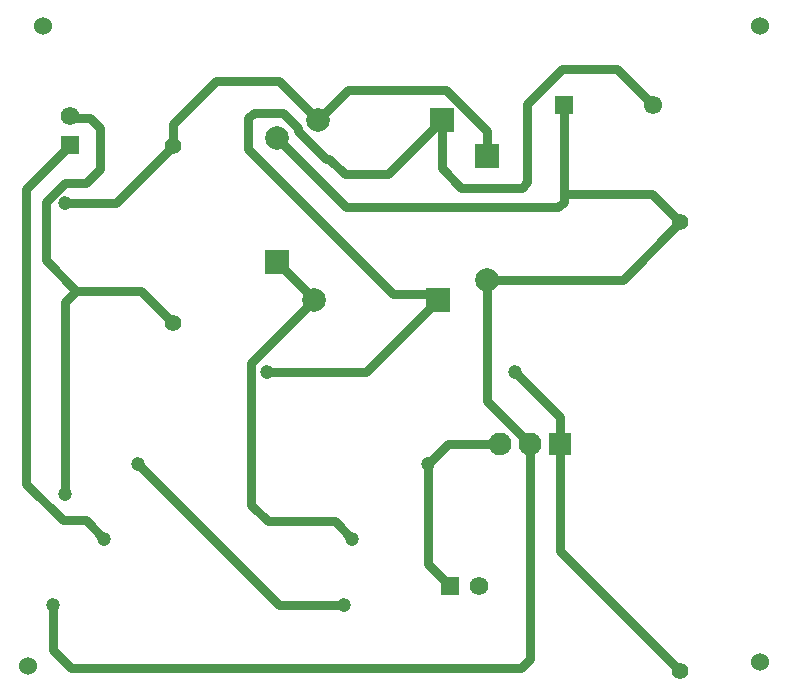
<source format=gtl>
G04*
G04 #@! TF.GenerationSoftware,Altium Limited,Altium Designer,22.1.2 (22)*
G04*
G04 Layer_Physical_Order=1*
G04 Layer_Color=255*
%FSLAX23Y23*%
%MOIN*%
G70*
G04*
G04 #@! TF.SameCoordinates,1FA30AD4-028B-40E2-8717-06F9146BF8EF*
G04*
G04*
G04 #@! TF.FilePolarity,Positive*
G04*
G01*
G75*
%ADD11R,0.061X0.061*%
%ADD12C,0.061*%
%ADD24C,0.031*%
%ADD25C,0.060*%
%ADD26R,0.079X0.079*%
%ADD27C,0.079*%
%ADD28C,0.047*%
%ADD29C,0.056*%
%ADD30R,0.079X0.079*%
%ADD31R,0.076X0.076*%
%ADD32C,0.076*%
%ADD33C,0.055*%
%ADD34R,0.062X0.062*%
%ADD35C,0.062*%
%ADD36R,0.062X0.062*%
D11*
X1842Y1945D02*
D03*
D12*
X2138D02*
D03*
D24*
X1700Y70D02*
X1730Y100D01*
Y815D01*
X1842Y1623D02*
Y1650D01*
Y1945D01*
X2135Y1650D02*
X2230Y1555D01*
X1842Y1650D02*
X2135D01*
X1060Y1766D02*
X1111Y1715D01*
X1049Y1766D02*
X1060D01*
X906Y1920D02*
X957Y1869D01*
Y1858D02*
Y1869D01*
X1111Y1715D02*
X1255D01*
X957Y1858D02*
X1049Y1766D01*
X808Y1920D02*
X906D01*
X790Y1798D02*
X1272Y1316D01*
X1400D01*
X790Y1798D02*
Y1902D01*
X1400Y1316D02*
X1421Y1295D01*
X1181Y1055D02*
X1421Y1295D01*
X790Y1902D02*
X808Y1920D01*
X1255Y1715D02*
X1435Y1895D01*
X540Y1810D02*
Y1882D01*
X893Y2025D02*
X1023Y1895D01*
X540Y1882D02*
X683Y2025D01*
X893D01*
X348Y1619D02*
X540Y1810D01*
X2018Y2065D02*
X2138Y1945D01*
X1835Y2065D02*
X2018D01*
X1702Y1670D02*
X1720Y1688D01*
X1500Y1670D02*
X1702D01*
X1720Y1688D02*
Y1950D01*
X1835Y2065D01*
X1435Y1735D02*
X1500Y1670D01*
X1435Y1735D02*
Y1895D01*
X1824Y1605D02*
X1842Y1623D01*
X885Y1836D02*
X1116Y1605D01*
X1824D01*
X180Y650D02*
Y1289D01*
X217Y1326D01*
X433D02*
X540Y1220D01*
X217Y1326D02*
X433D01*
X115Y1428D02*
X217Y1326D01*
X115Y1623D02*
X178Y1686D01*
X115Y1428D02*
Y1623D01*
X178Y1686D02*
X248D01*
X295Y1733D01*
Y1870D01*
X201Y1904D02*
X261D01*
X295Y1870D01*
X195Y1910D02*
X201Y1904D01*
X50Y683D02*
X173Y561D01*
X50Y683D02*
Y1667D01*
X195Y1812D01*
X180Y1619D02*
X348D01*
X2138Y1948D02*
X2140Y1950D01*
X2138Y1945D02*
Y1948D01*
X1585Y1364D02*
X2039D01*
X2230Y1555D01*
X1450Y1995D02*
X1585Y1860D01*
X1123Y1995D02*
X1450D01*
X1585Y1776D02*
Y1860D01*
X1023Y1895D02*
X1123Y1995D01*
X853Y1055D02*
X1181D01*
X1830Y459D02*
Y815D01*
Y459D02*
X2230Y59D01*
X1830Y815D02*
Y905D01*
X1680Y1055D02*
X1830Y905D01*
X1585Y960D02*
X1730Y815D01*
X1585Y960D02*
Y1364D01*
X1390Y750D02*
X1455Y815D01*
X1630D01*
X1390Y415D02*
X1461Y344D01*
X1390Y415D02*
Y750D01*
X1079Y558D02*
X1137Y500D01*
X855Y558D02*
X1079D01*
X800Y613D02*
Y1086D01*
Y613D02*
X855Y558D01*
X800Y1086D02*
X1009Y1295D01*
Y1300D01*
X885Y1424D02*
X1009Y1300D01*
X891Y280D02*
X1109D01*
X421Y750D02*
X891Y280D01*
X200Y70D02*
X1700D01*
X140Y130D02*
X200Y70D01*
X140Y130D02*
Y280D01*
X175Y1615D02*
X179Y1619D01*
X180D01*
X173Y561D02*
X249D01*
X310Y500D01*
D25*
X55Y75D02*
D03*
X2495Y2210D02*
D03*
X105D02*
D03*
X2495Y90D02*
D03*
D26*
X885Y1424D02*
D03*
X1585Y1776D02*
D03*
D27*
X885Y1836D02*
D03*
X1023Y1895D02*
D03*
X1009Y1295D02*
D03*
X1585Y1364D02*
D03*
D28*
X1680Y1055D02*
D03*
X853D02*
D03*
X180Y1619D02*
D03*
Y650D02*
D03*
X421Y750D02*
D03*
X1390D02*
D03*
X310Y500D02*
D03*
X1137D02*
D03*
X140Y280D02*
D03*
X1109D02*
D03*
D29*
X2230Y59D02*
D03*
Y1555D02*
D03*
D30*
X1435Y1895D02*
D03*
X1421Y1295D02*
D03*
D31*
X1830Y815D02*
D03*
D32*
X1730D02*
D03*
X1630D02*
D03*
D33*
X540Y1220D02*
D03*
Y1810D02*
D03*
D34*
X195Y1812D02*
D03*
D35*
Y1910D02*
D03*
X1559Y344D02*
D03*
D36*
X1461D02*
D03*
M02*

</source>
